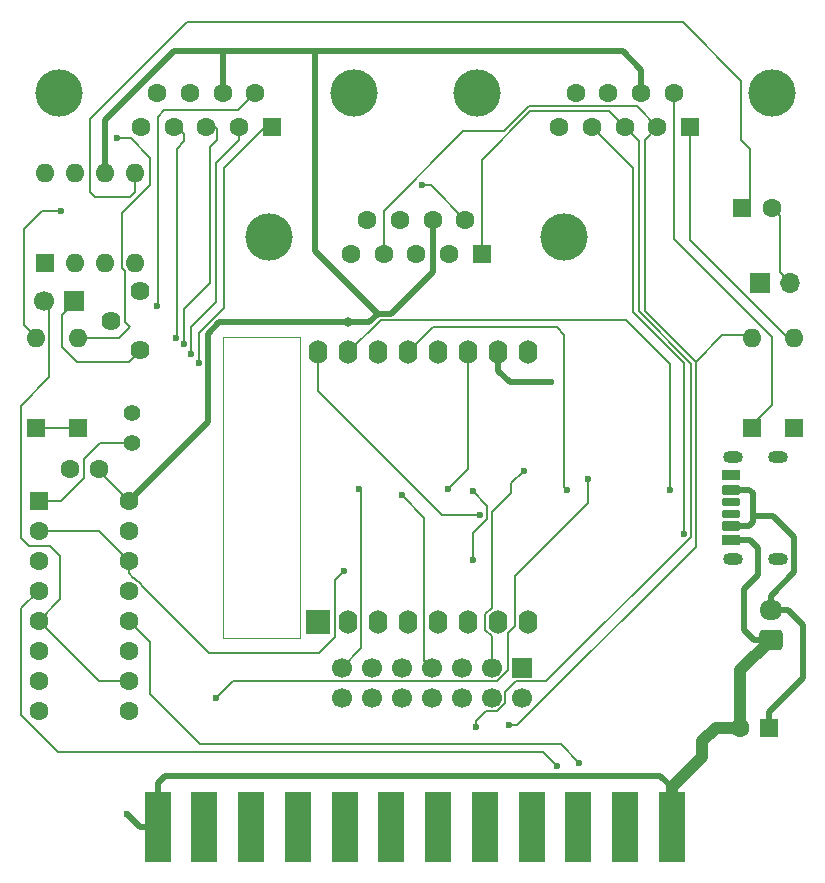
<source format=gbr>
%TF.GenerationSoftware,KiCad,Pcbnew,9.0.1*%
%TF.CreationDate,2025-07-07T09:59:23+02:00*%
%TF.ProjectId,pet_joymate,7065745f-6a6f-4796-9d61-74652e6b6963,rev?*%
%TF.SameCoordinates,Original*%
%TF.FileFunction,Copper,L1,Top*%
%TF.FilePolarity,Positive*%
%FSLAX46Y46*%
G04 Gerber Fmt 4.6, Leading zero omitted, Abs format (unit mm)*
G04 Created by KiCad (PCBNEW 9.0.1) date 2025-07-07 09:59:23*
%MOMM*%
%LPD*%
G01*
G04 APERTURE LIST*
G04 Aperture macros list*
%AMRoundRect*
0 Rectangle with rounded corners*
0 $1 Rounding radius*
0 $2 $3 $4 $5 $6 $7 $8 $9 X,Y pos of 4 corners*
0 Add a 4 corners polygon primitive as box body*
4,1,4,$2,$3,$4,$5,$6,$7,$8,$9,$2,$3,0*
0 Add four circle primitives for the rounded corners*
1,1,$1+$1,$2,$3*
1,1,$1+$1,$4,$5*
1,1,$1+$1,$6,$7*
1,1,$1+$1,$8,$9*
0 Add four rect primitives between the rounded corners*
20,1,$1+$1,$2,$3,$4,$5,0*
20,1,$1+$1,$4,$5,$6,$7,0*
20,1,$1+$1,$6,$7,$8,$9,0*
20,1,$1+$1,$8,$9,$2,$3,0*%
G04 Aperture macros list end*
%TA.AperFunction,NonConductor*%
%ADD10C,0.100000*%
%TD*%
%TA.AperFunction,SMDPad,CuDef*%
%ADD11RoundRect,0.175000X0.625000X-0.175000X0.625000X0.175000X-0.625000X0.175000X-0.625000X-0.175000X0*%
%TD*%
%TA.AperFunction,SMDPad,CuDef*%
%ADD12RoundRect,0.200000X0.600000X-0.200000X0.600000X0.200000X-0.600000X0.200000X-0.600000X-0.200000X0*%
%TD*%
%TA.AperFunction,SMDPad,CuDef*%
%ADD13RoundRect,0.225000X0.575000X-0.225000X0.575000X0.225000X-0.575000X0.225000X-0.575000X-0.225000X0*%
%TD*%
%TA.AperFunction,HeatsinkPad*%
%ADD14O,1.700000X1.000000*%
%TD*%
%TA.AperFunction,ComponentPad*%
%ADD15R,1.600000X1.600000*%
%TD*%
%TA.AperFunction,ComponentPad*%
%ADD16O,1.600000X1.600000*%
%TD*%
%TA.AperFunction,ComponentPad*%
%ADD17RoundRect,0.250000X0.550000X0.550000X-0.550000X0.550000X-0.550000X-0.550000X0.550000X-0.550000X0*%
%TD*%
%TA.AperFunction,ComponentPad*%
%ADD18C,1.600000*%
%TD*%
%TA.AperFunction,ComponentPad*%
%ADD19RoundRect,0.250000X0.725000X-0.600000X0.725000X0.600000X-0.725000X0.600000X-0.725000X-0.600000X0*%
%TD*%
%TA.AperFunction,ComponentPad*%
%ADD20O,1.950000X1.700000*%
%TD*%
%TA.AperFunction,ComponentPad*%
%ADD21R,1.700000X1.700000*%
%TD*%
%TA.AperFunction,ComponentPad*%
%ADD22C,1.700000*%
%TD*%
%TA.AperFunction,ComponentPad*%
%ADD23C,1.400000*%
%TD*%
%TA.AperFunction,ComponentPad*%
%ADD24O,1.700000X1.700000*%
%TD*%
%TA.AperFunction,ComponentPad*%
%ADD25C,1.620000*%
%TD*%
%TA.AperFunction,ComponentPad*%
%ADD26RoundRect,0.250000X-0.550000X-0.550000X0.550000X-0.550000X0.550000X0.550000X-0.550000X0.550000X0*%
%TD*%
%TA.AperFunction,ComponentPad*%
%ADD27C,4.000000*%
%TD*%
%TA.AperFunction,SMDPad,CuDef*%
%ADD28R,2.200000X6.000000*%
%TD*%
%TA.AperFunction,ComponentPad*%
%ADD29R,2.000000X2.000000*%
%TD*%
%TA.AperFunction,ComponentPad*%
%ADD30O,1.600000X2.000000*%
%TD*%
%TA.AperFunction,ViaPad*%
%ADD31C,0.600000*%
%TD*%
%TA.AperFunction,ViaPad*%
%ADD32C,0.800000*%
%TD*%
%TA.AperFunction,Conductor*%
%ADD33C,1.000000*%
%TD*%
%TA.AperFunction,Conductor*%
%ADD34C,0.500000*%
%TD*%
%TA.AperFunction,Conductor*%
%ADD35C,0.200000*%
%TD*%
G04 APERTURE END LIST*
D10*
X86000000Y-90075000D02*
X92525000Y-90075000D01*
X92525000Y-115500000D01*
X86000000Y-115500000D01*
X86000000Y-90075000D01*
D11*
%TO.P,J4,A5,CC1*%
%TO.N,unconnected-(J4-CC1-PadA5)*%
X128960000Y-105000000D03*
D12*
%TO.P,J4,A9,VBUS*%
%TO.N,VCC*%
X128960000Y-102980000D03*
D13*
%TO.P,J4,A12,GND*%
%TO.N,GND*%
X128960000Y-101750000D03*
D11*
%TO.P,J4,B5,CC2*%
%TO.N,unconnected-(J4-CC2-PadB5)*%
X128960000Y-104000000D03*
D12*
%TO.P,J4,B9,VBUS*%
%TO.N,VCC*%
X128960000Y-106020000D03*
D13*
%TO.P,J4,B12,GND*%
%TO.N,GND*%
X128960000Y-107250000D03*
D14*
%TO.P,J4,S1,SHIELD*%
%TO.N,unconnected-(J4-SHIELD-PadS1)*%
X129140000Y-108820000D03*
%TO.N,unconnected-(J4-SHIELD-PadS1)_1*%
X132940000Y-108820000D03*
%TO.N,unconnected-(J4-SHIELD-PadS1)_3*%
X129140000Y-100180000D03*
%TO.N,unconnected-(J4-SHIELD-PadS1)_2*%
X132940000Y-100180000D03*
%TD*%
D15*
%TO.P,D3,1,K*%
%TO.N,Net-(D3-K)*%
X70175000Y-97725000D03*
D16*
%TO.P,D3,2,A*%
%TO.N,Net-(D3-A)*%
X70175000Y-90105000D03*
%TD*%
D15*
%TO.P,D1,1,K*%
%TO.N,Net-(D1-K)*%
X130775000Y-97725000D03*
D16*
%TO.P,D1,2,A*%
%TO.N,_PA1*%
X130775000Y-90105000D03*
%TD*%
D15*
%TO.P,D4,1,K*%
%TO.N,Net-(D3-K)*%
X73725000Y-97725000D03*
D16*
%TO.P,D4,2,A*%
%TO.N,_PA5*%
X73725000Y-90105000D03*
%TD*%
D15*
%TO.P,U1,1,GAIN*%
%TO.N,unconnected-(U1-GAIN-Pad1)*%
X70935000Y-83775000D03*
D16*
%TO.P,U1,2,-*%
%TO.N,GND*%
X73475000Y-83775000D03*
%TO.P,U1,3,+*%
%TO.N,Net-(U1-+)*%
X76015000Y-83775000D03*
%TO.P,U1,4,GND*%
%TO.N,GND*%
X78555000Y-83775000D03*
%TO.P,U1,5*%
%TO.N,Net-(C3-Pad1)*%
X78555000Y-76155000D03*
%TO.P,U1,6,V+*%
%TO.N,VCC*%
X76015000Y-76155000D03*
%TO.P,U1,7,BYPASS*%
%TO.N,unconnected-(U1-BYPASS-Pad7)*%
X73475000Y-76155000D03*
%TO.P,U1,8,GAIN*%
%TO.N,unconnected-(U1-GAIN-Pad8)*%
X70935000Y-76155000D03*
%TD*%
D15*
%TO.P,D2,1,K*%
%TO.N,Net-(D1-K)*%
X134325000Y-97725000D03*
D16*
%TO.P,D2,2,A*%
%TO.N,_PA0*%
X134325000Y-90105000D03*
%TD*%
D17*
%TO.P,C1,1*%
%TO.N,VCC*%
X132225000Y-123150000D03*
D18*
%TO.P,C1,2*%
%TO.N,GND*%
X129725000Y-123150000D03*
%TD*%
D19*
%TO.P,J6,1,Pin_1*%
%TO.N,GND*%
X132325000Y-115675000D03*
D20*
%TO.P,J6,2,Pin_2*%
%TO.N,VCC*%
X132325000Y-113175000D03*
%TD*%
D21*
%TO.P,J8,1,Pin_1*%
%TO.N,Net-(J8-Pin_1)*%
X73350000Y-87025000D03*
D22*
%TO.P,J8,2,Pin_2*%
%TO.N,CB2*%
X70810000Y-87025000D03*
%TD*%
D18*
%TO.P,C2,1*%
%TO.N,VCC*%
X75475000Y-101225000D03*
%TO.P,C2,2*%
%TO.N,GND*%
X72975000Y-101225000D03*
%TD*%
D23*
%TO.P,JP2,1,A*%
%TO.N,GND*%
X78275000Y-96475000D03*
%TO.P,JP2,2,B*%
%TO.N,Net-(JP2-B)*%
X78275000Y-99015000D03*
%TD*%
D21*
%TO.P,J7,1,Pin_1*%
%TO.N,GND*%
X131475000Y-85475000D03*
D24*
%TO.P,J7,2,Pin_2*%
%TO.N,Net-(J7-Pin_2)*%
X134015000Y-85475000D03*
%TD*%
D25*
%TO.P,P1,1,1*%
%TO.N,Net-(J8-Pin_1)*%
X78975000Y-91175000D03*
%TO.P,P1,2,2*%
%TO.N,Net-(U1-+)*%
X76475000Y-88675000D03*
%TO.P,P1,3,3*%
%TO.N,GND*%
X78975000Y-86175000D03*
%TD*%
D26*
%TO.P,U2,1,S*%
%TO.N,Net-(JP2-B)*%
X70350000Y-103920000D03*
D18*
%TO.P,U2,2,I0a*%
%TO.N,MODEM_TX*%
X70350000Y-106460000D03*
%TO.P,U2,3,I1a*%
%TO.N,Net-(U2-I1a)*%
X70350000Y-109000000D03*
%TO.P,U2,4,Za*%
%TO.N,PA0*%
X70350000Y-111540000D03*
%TO.P,U2,5,I0b*%
%TO.N,CB2*%
X70350000Y-114080000D03*
%TO.P,U2,6,I1b*%
%TO.N,GND*%
X70350000Y-116620000D03*
%TO.P,U2,7,Zb*%
%TO.N,MODEM_RX*%
X70350000Y-119160000D03*
%TO.P,U2,8,GND*%
%TO.N,GND*%
X70350000Y-121700000D03*
%TO.P,U2,9,Zc*%
%TO.N,SOUND*%
X77970000Y-121700000D03*
%TO.P,U2,10,I1c*%
%TO.N,CB2*%
X77970000Y-119160000D03*
%TO.P,U2,11,I0c*%
%TO.N,GND*%
X77970000Y-116620000D03*
%TO.P,U2,12,Zd*%
%TO.N,CA1*%
X77970000Y-114080000D03*
%TO.P,U2,13,I1d*%
%TO.N,unconnected-(U2-I1d-Pad13)*%
X77970000Y-111540000D03*
%TO.P,U2,14,I0d*%
%TO.N,MODEM_TX*%
X77970000Y-109000000D03*
%TO.P,U2,15,E*%
%TO.N,GND*%
X77970000Y-106460000D03*
%TO.P,U2,16,VCC*%
%TO.N,VCC*%
X77970000Y-103920000D03*
%TD*%
D27*
%TO.P,J3,0,PAD*%
%TO.N,GND*%
X97050000Y-69430331D03*
X72050000Y-69430331D03*
D15*
%TO.P,J3,1,1*%
%TO.N,Net-(D3-A)*%
X90090000Y-72270331D03*
D18*
%TO.P,J3,2,2*%
%TO.N,_PA5*%
X87320000Y-72270331D03*
%TO.P,J3,3,3*%
%TO.N,Net-(J3-Pad3)*%
X84550000Y-72270331D03*
%TO.P,J3,4,4*%
%TO.N,Net-(J3-Pad4)*%
X81780000Y-72270331D03*
%TO.P,J3,5,5*%
%TO.N,unconnected-(J3-Pad5)*%
X79010000Y-72270331D03*
%TO.P,J3,6,6*%
%TO.N,Net-(D3-K)*%
X88705000Y-69430331D03*
%TO.P,J3,7,7*%
%TO.N,VCC*%
X85935000Y-69430331D03*
%TO.P,J3,8,8*%
%TO.N,GND*%
X83165000Y-69430331D03*
%TO.P,J3,9,9*%
%TO.N,unconnected-(J3-Pad9)*%
X80395000Y-69430331D03*
%TD*%
D28*
%TO.P,U3,1,GND*%
%TO.N,GND*%
X123985000Y-131500000D03*
%TO.P,U3,2,VIDEO*%
%TO.N,unconnected-(U3-VIDEO-Pad2)*%
X120025000Y-131500000D03*
%TO.P,U3,3,SQR*%
%TO.N,unconnected-(U3-SQR-Pad3)*%
X116065000Y-131500000D03*
%TO.P,U3,4,EOI*%
%TO.N,unconnected-(U3-EOI-Pad4)*%
X112105000Y-131500000D03*
%TO.P,U3,5,DIAG*%
%TO.N,unconnected-(U3-DIAG-Pad5)*%
X108145000Y-131500000D03*
%TO.P,U3,6,#1_READ*%
%TO.N,unconnected-(U3-#1_READ-Pad6)*%
X104185000Y-131500000D03*
%TO.P,U3,7,#2_READ*%
%TO.N,unconnected-(U3-#2_READ-Pad7)*%
X100225000Y-131500000D03*
%TO.P,U3,8,#1\u002C#2_WRITE*%
%TO.N,unconnected-(U3-#1\u002C#2_WRITE-Pad8)*%
X96265000Y-131500000D03*
%TO.P,U3,9,TV-VERT*%
%TO.N,unconnected-(U3-TV-VERT-Pad9)*%
X92305000Y-131500000D03*
%TO.P,U3,10,TV-HOR*%
%TO.N,unconnected-(U3-TV-HOR-Pad10)*%
X88345000Y-131500000D03*
%TO.P,U3,11*%
%TO.N,N/C*%
X84385000Y-131500000D03*
%TO.P,U3,12,GND*%
%TO.N,GND*%
X80425000Y-131500000D03*
%TD*%
D26*
%TO.P,C3,1*%
%TO.N,Net-(C3-Pad1)*%
X129950000Y-79100000D03*
D18*
%TO.P,C3,2*%
%TO.N,Net-(J7-Pin_2)*%
X132450000Y-79100000D03*
%TD*%
D21*
%TO.P,J1,1,Pin_1*%
%TO.N,unconnected-(J1-Pin_1-Pad1)*%
X111250000Y-118050000D03*
D22*
%TO.P,J1,2,Pin_2*%
%TO.N,PA1*%
X111250000Y-120590000D03*
%TO.P,J1,3,Pin_3*%
%TO.N,RTS_H*%
X108710000Y-118050000D03*
%TO.P,J1,4,Pin_4*%
%TO.N,PA2*%
X108710000Y-120590000D03*
%TO.P,J1,5,Pin_5*%
%TO.N,unconnected-(J1-Pin_5-Pad5)*%
X106170000Y-118050000D03*
%TO.P,J1,6,Pin_6*%
%TO.N,PA3*%
X106170000Y-120590000D03*
%TO.P,J1,7,Pin_7*%
%TO.N,DCD_H*%
X103630000Y-118050000D03*
%TO.P,J1,8,Pin_8*%
%TO.N,PA4*%
X103630000Y-120590000D03*
%TO.P,J1,9,Pin_9*%
%TO.N,unconnected-(J1-Pin_9-Pad9)*%
X101090000Y-118050000D03*
%TO.P,J1,10,Pin_10*%
%TO.N,PA5*%
X101090000Y-120590000D03*
%TO.P,J1,11,Pin_11*%
%TO.N,unconnected-(J1-Pin_11-Pad11)*%
X98550000Y-118050000D03*
%TO.P,J1,12,Pin_12*%
%TO.N,PA5*%
X98550000Y-120590000D03*
%TO.P,J1,13,Pin_13*%
%TO.N,CTS_H*%
X96010000Y-118050000D03*
%TO.P,J1,14,Pin_14*%
%TO.N,PA6*%
X96010000Y-120590000D03*
%TD*%
D27*
%TO.P,J2,0,PAD*%
%TO.N,GND*%
X132475000Y-69430331D03*
X107475000Y-69430331D03*
D15*
%TO.P,J2,1,1*%
%TO.N,_PA0*%
X125515000Y-72270331D03*
D18*
%TO.P,J2,2,2*%
%TO.N,_PA1*%
X122745000Y-72270331D03*
%TO.P,J2,3,3*%
%TO.N,_PA2*%
X119975000Y-72270331D03*
%TO.P,J2,4,4*%
%TO.N,_PA3*%
X117205000Y-72270331D03*
%TO.P,J2,5,5*%
%TO.N,unconnected-(J2-Pad5)*%
X114435000Y-72270331D03*
%TO.P,J2,6,6*%
%TO.N,Net-(D1-K)*%
X124130000Y-69430331D03*
%TO.P,J2,7,7*%
%TO.N,VCC*%
X121360000Y-69430331D03*
%TO.P,J2,8,8*%
%TO.N,GND*%
X118590000Y-69430331D03*
%TO.P,J2,9,9*%
%TO.N,unconnected-(J2-Pad9)*%
X115820000Y-69430331D03*
%TD*%
D29*
%TO.P,U4,1,~{RST}*%
%TO.N,unconnected-(U4-~{RST}-Pad1)*%
X94050000Y-114200000D03*
D30*
%TO.P,U4,2,A0*%
%TO.N,unconnected-(U4-A0-Pad2)*%
X96590000Y-114200000D03*
%TO.P,U4,3,D0*%
%TO.N,unconnected-(U4-D0-Pad3)*%
X99130000Y-114200000D03*
%TO.P,U4,4,SCK/D5*%
%TO.N,unconnected-(U4-SCK{slash}D5-Pad4)*%
X101670000Y-114200000D03*
%TO.P,U4,5,MISO/D6*%
%TO.N,unconnected-(U4-MISO{slash}D6-Pad5)*%
X104210000Y-114200000D03*
%TO.P,U4,6,MOSI/D7*%
%TO.N,unconnected-(U4-MOSI{slash}D7-Pad6)*%
X106750000Y-114200000D03*
%TO.P,U4,7,CS/D8*%
%TO.N,unconnected-(U4-CS{slash}D8-Pad7)*%
X109290000Y-114200000D03*
%TO.P,U4,8,3V3*%
%TO.N,VDD*%
X111830000Y-114200000D03*
%TO.P,U4,9,5V*%
%TO.N,VCC*%
X111830000Y-91340000D03*
%TO.P,U4,10,GND*%
%TO.N,GND*%
X109290000Y-91340000D03*
%TO.P,U4,11,D4*%
%TO.N,DCD*%
X106750000Y-91340000D03*
%TO.P,U4,12,D3*%
%TO.N,unconnected-(U4-D3-Pad12)*%
X104210000Y-91340000D03*
%TO.P,U4,13,SDA/D2*%
%TO.N,RTS*%
X101670000Y-91340000D03*
%TO.P,U4,14,SCL/D1*%
%TO.N,CTS*%
X99130000Y-91340000D03*
%TO.P,U4,15,RX*%
%TO.N,RX*%
X96590000Y-91340000D03*
%TO.P,U4,16,TX*%
%TO.N,TX*%
X94050000Y-91340000D03*
%TD*%
D27*
%TO.P,J5,0,PAD*%
%TO.N,GND*%
X89840000Y-81575000D03*
X114840000Y-81575000D03*
D15*
%TO.P,J5,1,1*%
%TO.N,_PA2*%
X107880000Y-82995000D03*
D18*
%TO.P,J5,2,2*%
%TO.N,_PA3*%
X105110000Y-82995000D03*
%TO.P,J5,3,3*%
%TO.N,_PA0*%
X102340000Y-82995000D03*
%TO.P,J5,4,4*%
%TO.N,_PA1*%
X99570000Y-82995000D03*
%TO.P,J5,5,5*%
%TO.N,unconnected-(J5-Pad5)*%
X96800000Y-82995000D03*
%TO.P,J5,6,6*%
%TO.N,_PA5*%
X106495000Y-80155000D03*
%TO.P,J5,7,7*%
%TO.N,VCC*%
X103725000Y-80155000D03*
%TO.P,J5,8,8*%
%TO.N,GND*%
X100955000Y-80155000D03*
%TO.P,J5,9,9*%
%TO.N,unconnected-(J5-Pad9)*%
X98185000Y-80155000D03*
%TD*%
D31*
%TO.N,GND*%
X113725000Y-93900000D03*
X77875000Y-130450000D03*
D32*
%TO.N,VCC*%
X96575000Y-88825000D03*
D31*
%TO.N,Net-(D3-A)*%
X72250000Y-79425000D03*
X83925000Y-92275000D03*
%TO.N,Net-(D3-K)*%
X80400000Y-87425000D03*
%TO.N,Net-(J3-Pad4)*%
X82025000Y-90125000D03*
%TO.N,Net-(J3-Pad3)*%
X82650000Y-90625000D03*
%TO.N,MODEM_TX*%
X107150000Y-103125000D03*
X107100000Y-108925000D03*
X96250000Y-109900000D03*
%TO.N,MODEM_RX*%
X85375000Y-120625000D03*
X116900000Y-102050000D03*
%TO.N,RX*%
X123825000Y-103025000D03*
%TO.N,TX*%
X107750000Y-105125000D03*
%TO.N,PA0*%
X114275000Y-126400000D03*
%TO.N,CA1*%
X116150000Y-126125000D03*
%TO.N,CTS_H*%
X97500000Y-102900000D03*
%TO.N,DCD_H*%
X101137500Y-103462500D03*
%TO.N,RTS_H*%
X111425000Y-101400000D03*
%TO.N,RTS*%
X115100000Y-102975000D03*
%TO.N,DCD*%
X105025000Y-102925000D03*
%TO.N,_PA1*%
X110175000Y-122900000D03*
%TO.N,_PA5*%
X83275000Y-91475000D03*
X102850000Y-77200000D03*
X77025000Y-73225000D03*
%TO.N,_PA2*%
X107425000Y-123050000D03*
%TO.N,_PA3*%
X124975000Y-106700000D03*
%TD*%
D33*
%TO.N,GND*%
X126550000Y-125625000D02*
X126550000Y-124300000D01*
D34*
X113725000Y-93900000D02*
X110250000Y-93900000D01*
X131275000Y-110225000D02*
X130100000Y-111400000D01*
X78925000Y-131500000D02*
X77875000Y-130450000D01*
X123985000Y-128190000D02*
X122995000Y-127200000D01*
X81075000Y-127200000D02*
X80425000Y-127850000D01*
X130100000Y-111400000D02*
X130100000Y-114825000D01*
X80425000Y-127850000D02*
X80425000Y-131500000D01*
D33*
X129725000Y-123150000D02*
X129725000Y-118275000D01*
D34*
X110250000Y-93900000D02*
X109290000Y-92940000D01*
X130100000Y-114825000D02*
X130950000Y-115675000D01*
D33*
X123985000Y-131500000D02*
X123985000Y-128190000D01*
X127700000Y-123150000D02*
X129725000Y-123150000D01*
X129725000Y-118275000D02*
X132325000Y-115675000D01*
D34*
X130950000Y-115675000D02*
X132325000Y-115675000D01*
D33*
X123985000Y-128190000D02*
X126550000Y-125625000D01*
X126550000Y-124300000D02*
X127700000Y-123150000D01*
D34*
X128960000Y-107250000D02*
X130600000Y-107250000D01*
X131275000Y-107925000D02*
X131275000Y-110225000D01*
X80425000Y-131500000D02*
X78925000Y-131500000D01*
X122995000Y-127200000D02*
X81075000Y-127200000D01*
X130600000Y-107250000D02*
X131275000Y-107925000D01*
X109290000Y-92940000D02*
X109290000Y-91340000D01*
D35*
%TO.N,Net-(D1-K)*%
X132425000Y-90075000D02*
X124130000Y-81780000D01*
X124130000Y-81780000D02*
X124130000Y-69430331D01*
X132425000Y-95850000D02*
X132425000Y-90075000D01*
X130775000Y-97500000D02*
X132425000Y-95850000D01*
D34*
%TO.N,VCC*%
X130480000Y-102980000D02*
X130800000Y-103300000D01*
X76015000Y-71660000D02*
X81825000Y-65850000D01*
X132225000Y-121800000D02*
X135075000Y-118950000D01*
X100201000Y-88074000D02*
X103725000Y-84550000D01*
X85935000Y-65935000D02*
X85935000Y-69430331D01*
D35*
X75475000Y-101425000D02*
X75475000Y-101225000D01*
D34*
X99076768Y-88074000D02*
X93775000Y-82772232D01*
X133800000Y-113175000D02*
X132325000Y-113175000D01*
X132525000Y-105175000D02*
X130800000Y-105175000D01*
X128960000Y-102980000D02*
X130480000Y-102980000D01*
D35*
X77970000Y-103920000D02*
X75475000Y-101425000D01*
D34*
X93775000Y-82772232D02*
X93775000Y-65850000D01*
X130800000Y-103300000D02*
X130800000Y-105175000D01*
X134300000Y-109975000D02*
X134300000Y-106950000D01*
X98325768Y-88825000D02*
X99076768Y-88074000D01*
X132325000Y-113175000D02*
X132325000Y-111950000D01*
X96575000Y-88825000D02*
X98325768Y-88825000D01*
X85850000Y-65850000D02*
X93775000Y-65850000D01*
X121360000Y-67410000D02*
X121360000Y-69430331D01*
X84676000Y-97214000D02*
X84676000Y-89774000D01*
X135075000Y-118950000D02*
X135075000Y-114450000D01*
D35*
X85935000Y-69890000D02*
X85935000Y-69430331D01*
D34*
X135075000Y-114450000D02*
X133800000Y-113175000D01*
X81825000Y-65850000D02*
X85850000Y-65850000D01*
X103725000Y-84550000D02*
X103725000Y-80155000D01*
X119800000Y-65850000D02*
X121360000Y-67410000D01*
X99076768Y-88074000D02*
X100201000Y-88074000D01*
X85850000Y-65850000D02*
X85935000Y-65935000D01*
X85625000Y-88825000D02*
X96575000Y-88825000D01*
X77970000Y-103920000D02*
X84676000Y-97214000D01*
X93775000Y-65850000D02*
X104104331Y-65850000D01*
X76015000Y-76155000D02*
X76015000Y-71660000D01*
X130480000Y-106020000D02*
X128960000Y-106020000D01*
X132225000Y-123150000D02*
X132225000Y-121800000D01*
X130800000Y-105700000D02*
X130480000Y-106020000D01*
X84676000Y-89774000D02*
X85625000Y-88825000D01*
X130800000Y-105175000D02*
X130800000Y-105700000D01*
X104104331Y-65850000D02*
X119800000Y-65850000D01*
X134300000Y-106950000D02*
X132525000Y-105175000D01*
X132325000Y-111950000D02*
X134300000Y-109975000D01*
D35*
%TO.N,Net-(D3-A)*%
X86025000Y-87625000D02*
X86025000Y-75775000D01*
X89529669Y-72270331D02*
X90090000Y-72270331D01*
X70600000Y-79425000D02*
X72250000Y-79425000D01*
X83925000Y-89725000D02*
X86025000Y-87625000D01*
X86025000Y-75775000D02*
X89529669Y-72270331D01*
X83925000Y-92275000D02*
X83925000Y-89725000D01*
X70175000Y-90105000D02*
X69100000Y-89030000D01*
X69100000Y-89030000D02*
X69100000Y-80925000D01*
X69100000Y-80925000D02*
X70600000Y-79425000D01*
%TO.N,Net-(D3-K)*%
X80975000Y-70875000D02*
X87260331Y-70875000D01*
X80400000Y-87425000D02*
X80425000Y-87100000D01*
X80425000Y-71425000D02*
X80975000Y-70875000D01*
X80425000Y-87100000D02*
X80425000Y-71425000D01*
X70175000Y-97725000D02*
X73725000Y-97725000D01*
X87260331Y-70875000D02*
X88705000Y-69430331D01*
%TO.N,Net-(J3-Pad4)*%
X82025000Y-90125000D02*
X82080000Y-90070000D01*
X82120331Y-72270331D02*
X81780000Y-72270331D01*
X82675000Y-73500000D02*
X82675000Y-72825000D01*
X82080000Y-74095000D02*
X82675000Y-73500000D01*
X82675000Y-72825000D02*
X82120331Y-72270331D01*
X82080000Y-90070000D02*
X82080000Y-74095000D01*
%TO.N,Net-(J3-Pad3)*%
X84850000Y-85500000D02*
X84850000Y-74000000D01*
X82650000Y-87700000D02*
X84850000Y-85500000D01*
X85500000Y-73350000D02*
X85500000Y-72450000D01*
X85320331Y-72270331D02*
X84550000Y-72270331D01*
X82650000Y-90625000D02*
X82650000Y-87700000D01*
X85500000Y-72450000D02*
X85320331Y-72270331D01*
X84850000Y-74000000D02*
X85500000Y-73350000D01*
%TO.N,Net-(JP2-B)*%
X74175000Y-102025000D02*
X74175000Y-100367950D01*
X72280000Y-103920000D02*
X74175000Y-102025000D01*
X74175000Y-100367950D02*
X75527950Y-99015000D01*
X75527950Y-99015000D02*
X78275000Y-99015000D01*
X70350000Y-103920000D02*
X72280000Y-103920000D01*
%TO.N,MODEM_TX*%
X108351000Y-105424000D02*
X108351000Y-104326000D01*
X77970000Y-110020000D02*
X78389000Y-110439000D01*
X70350000Y-106460000D02*
X75430000Y-106460000D01*
X78426050Y-110439000D02*
X79071000Y-111083950D01*
X84750000Y-116800000D02*
X94100001Y-116800000D01*
X107100000Y-108925000D02*
X107100000Y-106675000D01*
X79071000Y-111083950D02*
X79071000Y-111121000D01*
X107100000Y-106675000D02*
X108351000Y-105424000D01*
X94100001Y-116800000D02*
X95489000Y-115411001D01*
X78389000Y-110439000D02*
X78426050Y-110439000D01*
X95489000Y-115411001D02*
X95489000Y-110661000D01*
X77970000Y-109000000D02*
X77970000Y-110020000D01*
X108351000Y-104326000D02*
X107150000Y-103125000D01*
X75430000Y-106460000D02*
X77970000Y-109000000D01*
X79071000Y-111121000D02*
X84750000Y-116800000D01*
X95489000Y-110661000D02*
X96250000Y-109900000D01*
%TO.N,MODEM_RX*%
X116900000Y-102050000D02*
X116900000Y-101875000D01*
X110099000Y-118288760D02*
X110099000Y-115148049D01*
X86799000Y-119201000D02*
X109186760Y-119201000D01*
X110729000Y-114518049D02*
X110729000Y-110270943D01*
X110729000Y-110270943D02*
X116900000Y-104099943D01*
X85375000Y-120625000D02*
X86799000Y-119201000D01*
X110099000Y-115148049D02*
X110729000Y-114518049D01*
X116900000Y-104099943D02*
X116900000Y-102050000D01*
X109186760Y-119201000D02*
X110099000Y-118288760D01*
%TO.N,RX*%
X123825000Y-92350000D02*
X123825000Y-103025000D01*
X99305000Y-88625000D02*
X107050000Y-88625000D01*
X96590000Y-91340000D02*
X99305000Y-88625000D01*
X107050000Y-88625000D02*
X120100000Y-88625000D01*
X120100000Y-88625000D02*
X123425000Y-91950000D01*
X123425000Y-91950000D02*
X123825000Y-92350000D01*
%TO.N,TX*%
X107750000Y-105125000D02*
X104525000Y-105125000D01*
X94050000Y-94650000D02*
X94050000Y-91340000D01*
X104525000Y-105125000D02*
X94050000Y-94650000D01*
%TO.N,PA0*%
X72000000Y-125225000D02*
X68851000Y-122076000D01*
X68851000Y-122076000D02*
X68851000Y-113039000D01*
X113100000Y-125225000D02*
X72000000Y-125225000D01*
X114275000Y-126400000D02*
X113100000Y-125225000D01*
X68851000Y-113039000D02*
X70350000Y-111540000D01*
%TO.N,CB2*%
X71276000Y-93474000D02*
X71276000Y-87491000D01*
X69550000Y-107750000D02*
X68875000Y-107075000D01*
X71276000Y-87491000D02*
X70810000Y-87025000D01*
X68875000Y-107075000D02*
X68875000Y-95875000D01*
X76325000Y-119175000D02*
X76340000Y-119160000D01*
X68875000Y-95875000D02*
X71276000Y-93474000D01*
X75445000Y-119175000D02*
X76325000Y-119175000D01*
X70350000Y-114080000D02*
X72200000Y-112230000D01*
X70350000Y-114080000D02*
X75445000Y-119175000D01*
X71350000Y-107750000D02*
X69550000Y-107750000D01*
X76340000Y-119160000D02*
X77970000Y-119160000D01*
X72200000Y-108600000D02*
X71350000Y-107750000D01*
X72200000Y-112230000D02*
X72200000Y-108600000D01*
%TO.N,CA1*%
X114575000Y-124550000D02*
X84050000Y-124550000D01*
X84050000Y-124550000D02*
X79800000Y-120300000D01*
X79800000Y-120300000D02*
X79800000Y-115910000D01*
X116150000Y-126125000D02*
X114575000Y-124550000D01*
X79800000Y-115910000D02*
X77970000Y-114080000D01*
%TO.N,CTS_H*%
X96010000Y-118050000D02*
X97691000Y-116369000D01*
X97691000Y-103091000D02*
X97500000Y-102900000D01*
X97691000Y-116369000D02*
X97691000Y-103091000D01*
%TO.N,DCD_H*%
X103024000Y-117444000D02*
X103024000Y-105349000D01*
X101137500Y-103462500D02*
X101125000Y-103450000D01*
X103024000Y-105349000D02*
X101137500Y-103462500D01*
X103630000Y-118050000D02*
X103024000Y-117444000D01*
%TO.N,RTS_H*%
X108752000Y-105590100D02*
X108752000Y-104898000D01*
X108189000Y-113543951D02*
X108710000Y-113022951D01*
X108189000Y-114856049D02*
X108189000Y-113543951D01*
X108710000Y-113022951D02*
X108710000Y-105632100D01*
X110391000Y-102434000D02*
X111425000Y-101400000D01*
X108710000Y-115377049D02*
X108189000Y-114856049D01*
X108752000Y-104898000D02*
X110391000Y-103259000D01*
X108710000Y-105632100D02*
X108752000Y-105590100D01*
X110391000Y-103259000D02*
X110391000Y-102434000D01*
X108710000Y-118050000D02*
X108710000Y-115377049D01*
%TO.N,RTS*%
X101670000Y-91340000D02*
X103785000Y-89225000D01*
X114875000Y-89875000D02*
X114875000Y-102750000D01*
X103785000Y-89225000D02*
X109875000Y-89225000D01*
X109875000Y-89225000D02*
X114225000Y-89225000D01*
X114225000Y-89225000D02*
X114875000Y-89875000D01*
X114875000Y-102750000D02*
X115100000Y-102975000D01*
%TO.N,DCD*%
X106750000Y-101200000D02*
X105025000Y-102925000D01*
X106750000Y-91340000D02*
X106750000Y-101200000D01*
%TO.N,_PA1*%
X121675000Y-73340331D02*
X122745000Y-72270331D01*
X125977000Y-107823000D02*
X125977000Y-92134900D01*
X121675000Y-87832900D02*
X121675000Y-73340331D01*
X115363950Y-70531331D02*
X116276050Y-70531331D01*
X109750000Y-72625000D02*
X111850000Y-70525000D01*
X119052381Y-70525000D02*
X120999669Y-70525000D01*
X125977000Y-92134900D02*
X121675000Y-87832900D01*
X111850000Y-70525000D02*
X115357619Y-70525000D01*
X119046050Y-70531331D02*
X119052381Y-70525000D01*
X99570000Y-79380000D02*
X106325000Y-72625000D01*
X118127619Y-70525000D02*
X118133950Y-70531331D01*
X128231900Y-89880000D02*
X125977000Y-92134900D01*
X116282381Y-70525000D02*
X118127619Y-70525000D01*
X99570000Y-82995000D02*
X99570000Y-79380000D01*
X110175000Y-122900000D02*
X110900000Y-122900000D01*
X116276050Y-70531331D02*
X116282381Y-70525000D01*
X115357619Y-70525000D02*
X115363950Y-70531331D01*
X110900000Y-122900000D02*
X125977000Y-107823000D01*
X130775000Y-89880000D02*
X128231900Y-89880000D01*
X120999669Y-70525000D02*
X122745000Y-72270331D01*
X118133950Y-70531331D02*
X119046050Y-70531331D01*
X106325000Y-72625000D02*
X109750000Y-72625000D01*
%TO.N,_PA0*%
X125515000Y-81817000D02*
X125515000Y-72270331D01*
X134325000Y-90105000D02*
X133803000Y-90105000D01*
X133803000Y-90105000D02*
X125515000Y-81817000D01*
%TO.N,_PA5*%
X77675000Y-84452050D02*
X77454000Y-84231050D01*
X103540000Y-77200000D02*
X106495000Y-80155000D01*
X83275000Y-91475000D02*
X83275000Y-89225000D01*
X102850000Y-77200000D02*
X103540000Y-77200000D01*
X77170000Y-90105000D02*
X78100000Y-89175000D01*
X87320000Y-73405000D02*
X87320000Y-72270331D01*
X78100000Y-89175000D02*
X77675000Y-88750000D01*
X79825000Y-77200000D02*
X79825000Y-74875000D01*
X85375000Y-75350000D02*
X87320000Y-73405000D01*
X77025000Y-73225000D02*
X76850000Y-73225000D01*
X77675000Y-88750000D02*
X77675000Y-84452050D01*
X78175000Y-73225000D02*
X77025000Y-73225000D01*
X83275000Y-89225000D02*
X85375000Y-87125000D01*
X73725000Y-90105000D02*
X77170000Y-90105000D01*
X85375000Y-87125000D02*
X85375000Y-75350000D01*
X77454000Y-79571000D02*
X79825000Y-77200000D01*
X79825000Y-74875000D02*
X78175000Y-73225000D01*
X77454000Y-84231050D02*
X77454000Y-79571000D01*
%TO.N,_PA2*%
X109186760Y-121741000D02*
X109861000Y-121066760D01*
X107425000Y-123050000D02*
X107425000Y-122575000D01*
X110799000Y-119201000D02*
X113323943Y-119201000D01*
X125576000Y-92301000D02*
X121150000Y-87875000D01*
X121150000Y-73445331D02*
X119975000Y-72270331D01*
X107425000Y-122575000D02*
X108259000Y-121741000D01*
X109861000Y-121066760D02*
X109861000Y-120139000D01*
X107880000Y-75062100D02*
X111992100Y-70950000D01*
X109861000Y-120139000D02*
X110799000Y-119201000D01*
X108259000Y-121741000D02*
X109186760Y-121741000D01*
X107880000Y-82995000D02*
X107880000Y-75062100D01*
X113323943Y-119201000D02*
X125576000Y-106948943D01*
X111992100Y-70950000D02*
X117974000Y-70950000D01*
X125576000Y-106948943D02*
X125576000Y-92301000D01*
X117974000Y-70950000D02*
X118654669Y-70950000D01*
X118654669Y-70950000D02*
X119975000Y-72270331D01*
X121150000Y-87875000D02*
X121150000Y-73445331D01*
%TO.N,_PA3*%
X124975000Y-106700000D02*
X124975000Y-92267100D01*
X120650000Y-75715331D02*
X117205000Y-72270331D01*
X120650000Y-87942100D02*
X120650000Y-75715331D01*
X124975000Y-92267100D02*
X120650000Y-87942100D01*
%TO.N,Net-(C3-Pad1)*%
X74700000Y-71600000D02*
X82925000Y-63375000D01*
X129850000Y-73375000D02*
X130625000Y-74150000D01*
X75150000Y-78200000D02*
X74700000Y-77750000D01*
X78555000Y-76155000D02*
X78555000Y-77745000D01*
X78555000Y-77745000D02*
X78100000Y-78200000D01*
X74700000Y-77750000D02*
X74700000Y-71600000D01*
X82925000Y-63375000D02*
X124875000Y-63375000D01*
X78100000Y-78200000D02*
X75150000Y-78200000D01*
X130625000Y-78425000D02*
X129950000Y-79100000D01*
X129850000Y-68350000D02*
X129850000Y-73375000D01*
X124875000Y-63375000D02*
X129850000Y-68350000D01*
X130625000Y-74150000D02*
X130625000Y-78425000D01*
%TO.N,Net-(J7-Pin_2)*%
X133125000Y-79775000D02*
X133125000Y-84585000D01*
X132450000Y-79100000D02*
X133125000Y-79775000D01*
X133125000Y-84585000D02*
X134015000Y-85475000D01*
%TO.N,Net-(J8-Pin_1)*%
X78000000Y-92150000D02*
X78975000Y-91175000D01*
X73600000Y-92150000D02*
X78000000Y-92150000D01*
X73350000Y-87025000D02*
X73350000Y-87175000D01*
X73350000Y-87175000D02*
X72375000Y-88150000D01*
X72375000Y-88150000D02*
X72375000Y-90925000D01*
X72375000Y-90925000D02*
X73600000Y-92150000D01*
%TD*%
M02*

</source>
